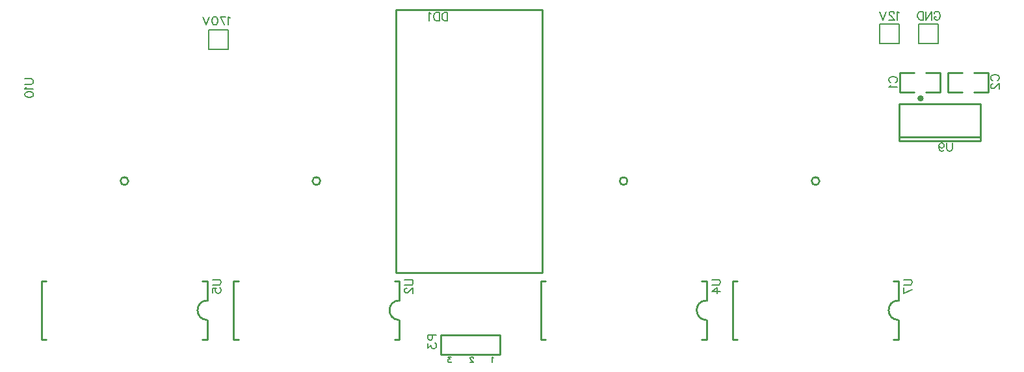
<source format=gbo>
G04 Layer: BottomSilkLayer*
G04 EasyEDA v6.2.46, 2019-12-05T15:20:42+01:00*
G04 d8fcaf4132fa48e7953a627b650daf80,0734b15ce4794c74ad8cde99a471bf6c,10*
G04 Gerber Generator version 0.2*
G04 Scale: 100 percent, Rotated: No, Reflected: No *
G04 Dimensions in millimeters *
G04 leading zeros omitted , absolute positions ,3 integer and 3 decimal *
%FSLAX33Y33*%
%MOMM*%
G90*
G71D02*

%ADD10C,0.254000*%
%ADD25C,0.152400*%
%ADD26C,0.203200*%
%ADD27C,0.202999*%
%ADD28C,0.399999*%
%ADD29C,0.200000*%

%LPD*%
G54D10*
G01X135607Y38970D02*
G01X137456Y38970D01*
G01X137456Y36430D01*
G01X135607Y36430D01*
G01X134083Y36430D02*
G01X132225Y36430D01*
G01X132225Y38970D01*
G01X134083Y38970D01*
G01X127836Y36430D02*
G01X125987Y36430D01*
G01X125987Y38970D01*
G01X127836Y38970D01*
G01X129360Y38970D02*
G01X131218Y38970D01*
G01X131218Y36430D01*
G01X129360Y36430D01*
G01X125914Y30074D02*
G01X136514Y30074D01*
G01X136514Y34873D01*
G01X125914Y34873D01*
G01X125914Y30074D01*
G01X136514Y30574D02*
G01X125914Y30574D01*
G01X125795Y9270D02*
G01X125795Y11810D01*
G01X125160Y11810D01*
G01X125795Y6730D02*
G01X125795Y4190D01*
G01X125160Y4190D01*
G01X104840Y4190D02*
G01X104205Y4190D01*
G01X104205Y11810D01*
G01X104840Y11810D01*
G01X100795Y9270D02*
G01X100795Y11810D01*
G01X100160Y11810D01*
G01X100795Y6730D02*
G01X100795Y4190D01*
G01X100160Y4190D01*
G01X79840Y4190D02*
G01X79205Y4190D01*
G01X79205Y11810D01*
G01X79840Y11810D01*
G01X60795Y9270D02*
G01X60795Y11810D01*
G01X60160Y11810D01*
G01X60795Y6730D02*
G01X60795Y4190D01*
G01X60160Y4190D01*
G01X39840Y4190D02*
G01X39205Y4190D01*
G01X39205Y11810D01*
G01X39840Y11810D01*
G01X35795Y9270D02*
G01X35795Y11810D01*
G01X35160Y11810D01*
G01X35795Y6730D02*
G01X35795Y4190D01*
G01X35160Y4190D01*
G01X14840Y4190D02*
G01X14205Y4190D01*
G01X14205Y11810D01*
G01X14840Y11810D01*
G01X73937Y4807D02*
G01X66190Y4807D01*
G01X66190Y2267D01*
G01X73937Y2267D01*
G01X73937Y4807D01*
G01X79398Y47225D02*
G01X79398Y12935D01*
G01X60348Y12935D01*
G01X60348Y47225D01*
G01X79398Y47225D01*
G54D26*
G01X35964Y42018D02*
G01X38504Y42018D01*
G01X38504Y44558D01*
G01X35964Y44558D01*
G01X35964Y42653D01*
G54D27*
G01X35964Y42018D02*
G01X35964Y42653D01*
G54D26*
G01X123340Y42780D02*
G01X125880Y42780D01*
G01X125880Y45320D01*
G01X123340Y45320D01*
G01X123340Y43415D01*
G54D27*
G01X123340Y42780D02*
G01X123340Y43415D01*
G54D26*
G01X128420Y42780D02*
G01X130960Y42780D01*
G01X130960Y45320D01*
G01X128420Y45320D01*
G01X128420Y43415D01*
G54D27*
G01X128420Y42780D02*
G01X128420Y43415D01*
G54D25*
G01X12049Y38191D02*
G01X12827Y38191D01*
G01X12984Y38141D01*
G01X13088Y38037D01*
G01X13139Y37879D01*
G01X13139Y37775D01*
G01X13088Y37620D01*
G01X12984Y37516D01*
G01X12827Y37465D01*
G01X12049Y37465D01*
G01X12255Y37122D02*
G01X12204Y37018D01*
G01X12049Y36861D01*
G01X13139Y36861D01*
G01X12049Y36208D02*
G01X12100Y36363D01*
G01X12255Y36467D01*
G01X12517Y36518D01*
G01X12672Y36518D01*
G01X12931Y36467D01*
G01X13088Y36363D01*
G01X13139Y36208D01*
G01X13139Y36104D01*
G01X13088Y35946D01*
G01X12931Y35842D01*
G01X12672Y35791D01*
G01X12517Y35791D01*
G01X12255Y35842D01*
G01X12100Y35946D01*
G01X12049Y36104D01*
G01X12049Y36208D01*
G01X138077Y37936D02*
G01X137972Y37989D01*
G01X137868Y38093D01*
G01X137818Y38195D01*
G01X137818Y38403D01*
G01X137868Y38507D01*
G01X137972Y38611D01*
G01X138077Y38665D01*
G01X138232Y38716D01*
G01X138491Y38716D01*
G01X138648Y38665D01*
G01X138752Y38611D01*
G01X138856Y38507D01*
G01X138907Y38403D01*
G01X138907Y38195D01*
G01X138856Y38093D01*
G01X138752Y37989D01*
G01X138648Y37936D01*
G01X138077Y37542D02*
G01X138023Y37542D01*
G01X137919Y37489D01*
G01X137868Y37438D01*
G01X137818Y37334D01*
G01X137818Y37125D01*
G01X137868Y37021D01*
G01X137919Y36971D01*
G01X138023Y36917D01*
G01X138127Y36917D01*
G01X138232Y36971D01*
G01X138389Y37075D01*
G01X138907Y37593D01*
G01X138907Y36866D01*
G01X124830Y37682D02*
G01X124726Y37735D01*
G01X124622Y37839D01*
G01X124571Y37941D01*
G01X124571Y38149D01*
G01X124622Y38253D01*
G01X124726Y38357D01*
G01X124830Y38411D01*
G01X124985Y38462D01*
G01X125245Y38462D01*
G01X125402Y38411D01*
G01X125506Y38357D01*
G01X125610Y38253D01*
G01X125661Y38149D01*
G01X125661Y37941D01*
G01X125610Y37839D01*
G01X125506Y37735D01*
G01X125402Y37682D01*
G01X124777Y37339D02*
G01X124726Y37235D01*
G01X124571Y37080D01*
G01X125661Y37080D01*
G01X132832Y29820D02*
G01X132832Y29041D01*
G01X132781Y28886D01*
G01X132677Y28782D01*
G01X132519Y28728D01*
G01X132415Y28728D01*
G01X132260Y28782D01*
G01X132156Y28886D01*
G01X132105Y29041D01*
G01X132105Y29820D01*
G01X131087Y29457D02*
G01X131137Y29300D01*
G01X131241Y29196D01*
G01X131396Y29145D01*
G01X131450Y29145D01*
G01X131605Y29196D01*
G01X131709Y29300D01*
G01X131762Y29457D01*
G01X131762Y29508D01*
G01X131709Y29663D01*
G01X131605Y29767D01*
G01X131450Y29820D01*
G01X131396Y29820D01*
G01X131241Y29767D01*
G01X131137Y29663D01*
G01X131087Y29457D01*
G01X131087Y29196D01*
G01X131137Y28936D01*
G01X131241Y28782D01*
G01X131396Y28728D01*
G01X131501Y28728D01*
G01X131658Y28782D01*
G01X131709Y28886D01*
G01X126500Y12000D02*
G01X127277Y12000D01*
G01X127434Y11949D01*
G01X127538Y11845D01*
G01X127589Y11687D01*
G01X127589Y11583D01*
G01X127538Y11428D01*
G01X127434Y11324D01*
G01X127277Y11273D01*
G01X126500Y11273D01*
G01X126500Y10201D02*
G01X127589Y10722D01*
G01X126500Y10930D02*
G01X126500Y10201D01*
G01X101500Y11999D02*
G01X102277Y11999D01*
G01X102434Y11949D01*
G01X102538Y11845D01*
G01X102589Y11687D01*
G01X102589Y11583D01*
G01X102538Y11428D01*
G01X102434Y11324D01*
G01X102277Y11273D01*
G01X101500Y11273D01*
G01X101500Y10409D02*
G01X102226Y10930D01*
G01X102226Y10150D01*
G01X101500Y10409D02*
G01X102589Y10409D01*
G01X61499Y12000D02*
G01X62277Y12000D01*
G01X62434Y11949D01*
G01X62538Y11845D01*
G01X62589Y11687D01*
G01X62589Y11583D01*
G01X62538Y11428D01*
G01X62434Y11324D01*
G01X62277Y11273D01*
G01X61499Y11273D01*
G01X61759Y10877D02*
G01X61705Y10877D01*
G01X61601Y10826D01*
G01X61550Y10773D01*
G01X61499Y10669D01*
G01X61499Y10463D01*
G01X61550Y10359D01*
G01X61601Y10305D01*
G01X61705Y10255D01*
G01X61809Y10255D01*
G01X61913Y10305D01*
G01X62071Y10409D01*
G01X62589Y10930D01*
G01X62589Y10201D01*
G01X36499Y12000D02*
G01X37277Y12000D01*
G01X37434Y11949D01*
G01X37538Y11845D01*
G01X37589Y11687D01*
G01X37589Y11583D01*
G01X37538Y11428D01*
G01X37434Y11324D01*
G01X37277Y11273D01*
G01X36499Y11273D01*
G01X36499Y10305D02*
G01X36499Y10826D01*
G01X36967Y10877D01*
G01X36913Y10826D01*
G01X36863Y10669D01*
G01X36863Y10514D01*
G01X36913Y10359D01*
G01X37018Y10255D01*
G01X37173Y10201D01*
G01X37277Y10201D01*
G01X37434Y10255D01*
G01X37538Y10359D01*
G01X37589Y10514D01*
G01X37589Y10669D01*
G01X37538Y10826D01*
G01X37485Y10877D01*
G01X37381Y10930D01*
G01X64539Y4807D02*
G01X65628Y4807D01*
G01X64539Y4807D02*
G01X64539Y4339D01*
G01X64589Y4184D01*
G01X64640Y4131D01*
G01X64744Y4080D01*
G01X64902Y4080D01*
G01X65006Y4131D01*
G01X65057Y4184D01*
G01X65110Y4339D01*
G01X65110Y4807D01*
G01X64539Y3633D02*
G01X64539Y3062D01*
G01X64953Y3371D01*
G01X64953Y3216D01*
G01X65006Y3112D01*
G01X65057Y3062D01*
G01X65212Y3008D01*
G01X65316Y3008D01*
G01X65473Y3062D01*
G01X65577Y3166D01*
G01X65628Y3321D01*
G01X65628Y3476D01*
G01X65577Y3633D01*
G01X65524Y3684D01*
G01X65420Y3737D01*
G54D29*
G01X73048Y1776D02*
G01X72979Y1812D01*
G01X72877Y1913D01*
G01X72877Y1197D01*
G01X70437Y1743D02*
G01X70437Y1776D01*
G01X70402Y1845D01*
G01X70369Y1880D01*
G01X70300Y1913D01*
G01X70163Y1913D01*
G01X70094Y1880D01*
G01X70061Y1845D01*
G01X70028Y1776D01*
G01X70028Y1710D01*
G01X70061Y1642D01*
G01X70130Y1538D01*
G01X70470Y1197D01*
G01X69993Y1197D01*
G01X67518Y1913D02*
G01X67145Y1913D01*
G01X67348Y1642D01*
G01X67246Y1642D01*
G01X67178Y1606D01*
G01X67145Y1573D01*
G01X67109Y1471D01*
G01X67109Y1403D01*
G01X67145Y1299D01*
G01X67211Y1233D01*
G01X67315Y1197D01*
G01X67416Y1197D01*
G01X67518Y1233D01*
G01X67553Y1266D01*
G01X67587Y1334D01*
G54D25*
G01X67066Y46843D02*
G01X67066Y45754D01*
G01X67066Y46843D02*
G01X66703Y46843D01*
G01X66545Y46793D01*
G01X66444Y46689D01*
G01X66390Y46584D01*
G01X66339Y46429D01*
G01X66339Y46170D01*
G01X66390Y46013D01*
G01X66444Y45909D01*
G01X66545Y45805D01*
G01X66703Y45754D01*
G01X67066Y45754D01*
G01X65996Y46843D02*
G01X65996Y45754D01*
G01X65996Y46843D02*
G01X65631Y46843D01*
G01X65476Y46793D01*
G01X65372Y46689D01*
G01X65321Y46584D01*
G01X65267Y46429D01*
G01X65267Y46170D01*
G01X65321Y46013D01*
G01X65372Y45909D01*
G01X65476Y45805D01*
G01X65631Y45754D01*
G01X65996Y45754D01*
G01X64925Y46638D02*
G01X64820Y46689D01*
G01X64666Y46843D01*
G01X64666Y45754D01*
G01X38807Y46082D02*
G01X38703Y46133D01*
G01X38548Y46287D01*
G01X38548Y45198D01*
G01X37476Y46287D02*
G01X37997Y45198D01*
G01X38205Y46287D02*
G01X37476Y46287D01*
G01X36824Y46287D02*
G01X36978Y46237D01*
G01X37083Y46082D01*
G01X37133Y45820D01*
G01X37133Y45665D01*
G01X37083Y45406D01*
G01X36978Y45249D01*
G01X36824Y45198D01*
G01X36719Y45198D01*
G01X36562Y45249D01*
G01X36458Y45406D01*
G01X36407Y45665D01*
G01X36407Y45820D01*
G01X36458Y46082D01*
G01X36562Y46237D01*
G01X36719Y46287D01*
G01X36824Y46287D01*
G01X36064Y46287D02*
G01X35648Y45198D01*
G01X35233Y46287D02*
G01X35648Y45198D01*
G01X125880Y46751D02*
G01X125776Y46803D01*
G01X125620Y46959D01*
G01X125620Y45868D01*
G01X125225Y46699D02*
G01X125225Y46751D01*
G01X125173Y46855D01*
G01X125121Y46907D01*
G01X125017Y46959D01*
G01X124809Y46959D01*
G01X124705Y46907D01*
G01X124653Y46855D01*
G01X124601Y46751D01*
G01X124601Y46647D01*
G01X124653Y46543D01*
G01X124757Y46387D01*
G01X125277Y45868D01*
G01X124549Y45868D01*
G01X124207Y46959D02*
G01X123791Y45868D01*
G01X123375Y46959D02*
G01X123791Y45868D01*
G01X130434Y46699D02*
G01X130486Y46803D01*
G01X130590Y46907D01*
G01X130694Y46959D01*
G01X130902Y46959D01*
G01X131006Y46907D01*
G01X131110Y46803D01*
G01X131162Y46699D01*
G01X131214Y46543D01*
G01X131214Y46284D01*
G01X131162Y46128D01*
G01X131110Y46024D01*
G01X131006Y45920D01*
G01X130902Y45868D01*
G01X130694Y45868D01*
G01X130590Y45920D01*
G01X130486Y46024D01*
G01X130434Y46128D01*
G01X130434Y46284D01*
G01X130694Y46284D02*
G01X130434Y46284D01*
G01X130091Y46959D02*
G01X130091Y45868D01*
G01X130091Y46959D02*
G01X129364Y45868D01*
G01X129364Y46959D02*
G01X129364Y45868D01*
G01X129021Y46959D02*
G01X129021Y45868D01*
G01X129021Y46959D02*
G01X128657Y46959D01*
G01X128501Y46907D01*
G01X128398Y46803D01*
G01X128346Y46699D01*
G01X128294Y46543D01*
G01X128294Y46284D01*
G01X128346Y46128D01*
G01X128398Y46024D01*
G01X128501Y45920D01*
G01X128657Y45868D01*
G01X129021Y45868D01*
G54D28*
G75*
G01X128674Y35414D02*
G02X128679Y35414I3J200D01*
G01*
G54D10*
G75*
G01X125795Y6730D02*
G02X125795Y9270I0J1270D01*
G01*
G75*
G01X100795Y6730D02*
G02X100795Y9270I0J1270D01*
G01*
G75*
G01X60795Y6730D02*
G02X60795Y9270I0J1270D01*
G01*
G75*
G01X35795Y6730D02*
G02X35795Y9270I0J1270D01*
G01*
G75*
G01X25508Y24848D02*
G03X25508Y24848I-508J0D01*
G01*
G75*
G01X50508Y24848D02*
G03X50508Y24848I-508J0D01*
G01*
G75*
G01X90508Y24848D02*
G03X90508Y24848I-508J0D01*
G01*
G75*
G01X115508Y24848D02*
G03X115508Y24848I-508J0D01*
G01*
M00*
M02*

</source>
